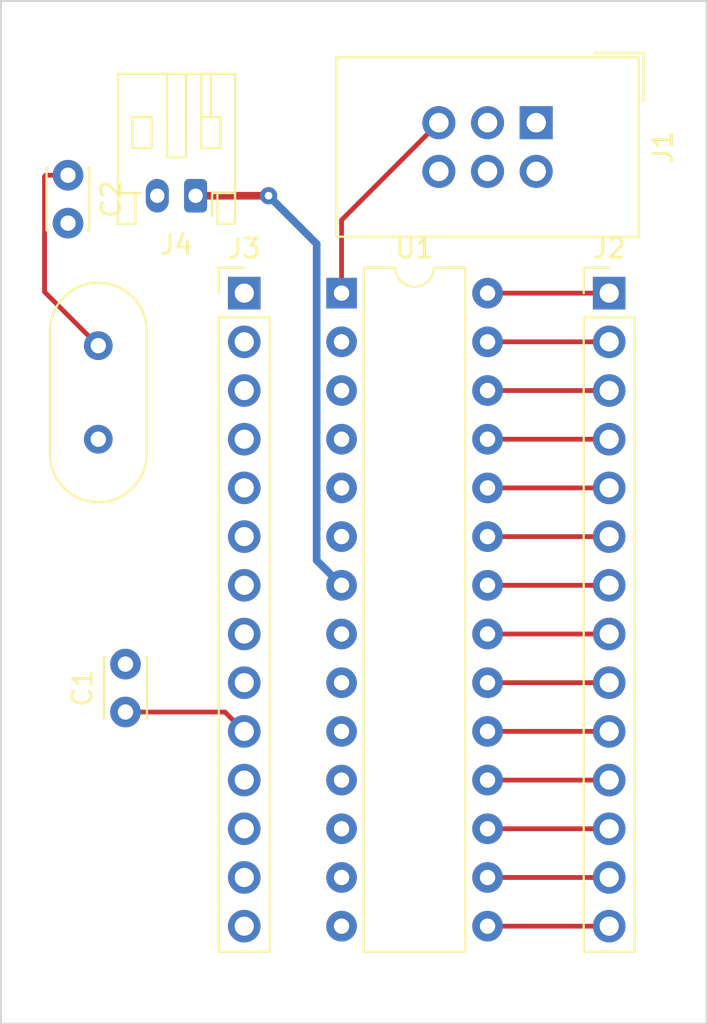
<source format=kicad_pcb>
(kicad_pcb (version 20171130) (host pcbnew "(5.1.0-0)")

  (general
    (thickness 1.6)
    (drawings 4)
    (tracks 30)
    (zones 0)
    (modules 8)
    (nets 29)
  )

  (page A4)
  (layers
    (0 F.Cu signal)
    (31 B.Cu signal)
    (32 B.Adhes user)
    (33 F.Adhes user)
    (34 B.Paste user)
    (35 F.Paste user)
    (36 B.SilkS user)
    (37 F.SilkS user)
    (38 B.Mask user)
    (39 F.Mask user)
    (40 Dwgs.User user)
    (41 Cmts.User user)
    (42 Eco1.User user)
    (43 Eco2.User user)
    (44 Edge.Cuts user)
    (45 Margin user)
    (46 B.CrtYd user)
    (47 F.CrtYd user)
    (48 B.Fab user)
    (49 F.Fab user)
  )

  (setup
    (last_trace_width 0.25)
    (trace_clearance 0.2)
    (zone_clearance 0.508)
    (zone_45_only no)
    (trace_min 0.2)
    (via_size 0.8)
    (via_drill 0.4)
    (via_min_size 0.4)
    (via_min_drill 0.3)
    (uvia_size 0.3)
    (uvia_drill 0.1)
    (uvias_allowed no)
    (uvia_min_size 0.2)
    (uvia_min_drill 0.1)
    (edge_width 0.05)
    (segment_width 0.2)
    (pcb_text_width 0.3)
    (pcb_text_size 1.5 1.5)
    (mod_edge_width 0.12)
    (mod_text_size 1 1)
    (mod_text_width 0.15)
    (pad_size 1.524 1.524)
    (pad_drill 0.762)
    (pad_to_mask_clearance 0.051)
    (solder_mask_min_width 0.25)
    (aux_axis_origin 0 0)
    (visible_elements 7FFFFFFF)
    (pcbplotparams
      (layerselection 0x010fc_ffffffff)
      (usegerberextensions false)
      (usegerberattributes false)
      (usegerberadvancedattributes false)
      (creategerberjobfile false)
      (excludeedgelayer true)
      (linewidth 0.100000)
      (plotframeref false)
      (viasonmask false)
      (mode 1)
      (useauxorigin false)
      (hpglpennumber 1)
      (hpglpenspeed 20)
      (hpglpendiameter 15.000000)
      (psnegative false)
      (psa4output false)
      (plotreference true)
      (plotvalue true)
      (plotinvisibletext false)
      (padsonsilk false)
      (subtractmaskfromsilk false)
      (outputformat 1)
      (mirror false)
      (drillshape 1)
      (scaleselection 1)
      (outputdirectory ""))
  )

  (net 0 "")
  (net 1 GND)
  (net 2 /10)
  (net 3 /9)
  (net 4 /MISO)
  (net 5 +5V)
  (net 6 /RST)
  (net 7 /2)
  (net 8 /3)
  (net 9 /4)
  (net 10 /5)
  (net 11 /6)
  (net 12 +3V3)
  (net 13 /11)
  (net 14 /12)
  (net 15 /13)
  (net 16 /SCK)
  (net 17 /MOSI)
  (net 18 /15)
  (net 19 /16)
  (net 20 /20)
  (net 21 /21)
  (net 22 /23)
  (net 23 /24)
  (net 24 /25)
  (net 25 /26)
  (net 26 /27)
  (net 27 /28)
  (net 28 /14)

  (net_class Default "This is the default net class."
    (clearance 0.2)
    (trace_width 0.25)
    (via_dia 0.8)
    (via_drill 0.4)
    (uvia_dia 0.3)
    (uvia_drill 0.1)
    (add_net /10)
    (add_net /11)
    (add_net /12)
    (add_net /13)
    (add_net /14)
    (add_net /15)
    (add_net /16)
    (add_net /2)
    (add_net /20)
    (add_net /21)
    (add_net /23)
    (add_net /24)
    (add_net /25)
    (add_net /26)
    (add_net /27)
    (add_net /28)
    (add_net /3)
    (add_net /4)
    (add_net /5)
    (add_net /6)
    (add_net /9)
    (add_net /MISO)
    (add_net /MOSI)
    (add_net /RST)
    (add_net /SCK)
  )

  (net_class Power ""
    (clearance 0.3)
    (trace_width 0.4)
    (via_dia 0.9)
    (via_drill 0.4)
    (uvia_dia 0.4)
    (uvia_drill 0.1)
    (add_net +3V3)
    (add_net +5V)
    (add_net GND)
  )

  (module Crystal:Crystal_HC49-4H_Vertical placed (layer F.Cu) (tedit 5A1AD3B7) (tstamp 5CBED88D)
    (at 68.58 64.77 90)
    (descr "Crystal THT HC-49-4H http://5hertz.com/pdfs/04404_D.pdf")
    (tags "THT crystalHC-49-4H")
    (path /5CBE8732)
    (fp_text reference Y1 (at 2.44 -3.525 90) (layer F.SilkS) hide
      (effects (font (size 1 1) (thickness 0.15)))
    )
    (fp_text value "8 MHz" (at 2.44 3.525 90) (layer F.Fab)
      (effects (font (size 1 1) (thickness 0.15)))
    )
    (fp_arc (start 5.64 0) (end 5.64 -2.525) (angle 180) (layer F.SilkS) (width 0.12))
    (fp_arc (start -0.76 0) (end -0.76 -2.525) (angle -180) (layer F.SilkS) (width 0.12))
    (fp_arc (start 5.44 0) (end 5.44 -2) (angle 180) (layer F.Fab) (width 0.1))
    (fp_arc (start -0.56 0) (end -0.56 -2) (angle -180) (layer F.Fab) (width 0.1))
    (fp_arc (start 5.64 0) (end 5.64 -2.325) (angle 180) (layer F.Fab) (width 0.1))
    (fp_arc (start -0.76 0) (end -0.76 -2.325) (angle -180) (layer F.Fab) (width 0.1))
    (fp_line (start 8.5 -2.8) (end -3.6 -2.8) (layer F.CrtYd) (width 0.05))
    (fp_line (start 8.5 2.8) (end 8.5 -2.8) (layer F.CrtYd) (width 0.05))
    (fp_line (start -3.6 2.8) (end 8.5 2.8) (layer F.CrtYd) (width 0.05))
    (fp_line (start -3.6 -2.8) (end -3.6 2.8) (layer F.CrtYd) (width 0.05))
    (fp_line (start -0.76 2.525) (end 5.64 2.525) (layer F.SilkS) (width 0.12))
    (fp_line (start -0.76 -2.525) (end 5.64 -2.525) (layer F.SilkS) (width 0.12))
    (fp_line (start -0.56 2) (end 5.44 2) (layer F.Fab) (width 0.1))
    (fp_line (start -0.56 -2) (end 5.44 -2) (layer F.Fab) (width 0.1))
    (fp_line (start -0.76 2.325) (end 5.64 2.325) (layer F.Fab) (width 0.1))
    (fp_line (start -0.76 -2.325) (end 5.64 -2.325) (layer F.Fab) (width 0.1))
    (fp_text user %R (at 2.44 0 90) (layer F.Fab)
      (effects (font (size 1 1) (thickness 0.15)))
    )
    (pad 2 thru_hole circle (at 4.88 0 90) (size 1.5 1.5) (drill 0.8) (layers *.Cu *.Mask)
      (net 3 /9))
    (pad 1 thru_hole circle (at 0 0 90) (size 1.5 1.5) (drill 0.8) (layers *.Cu *.Mask)
      (net 2 /10))
    (model ${KISYS3DMOD}/Crystal.3dshapes/Crystal_HC49-4H_Vertical.wrl
      (at (xyz 0 0 0))
      (scale (xyz 1 1 1))
      (rotate (xyz 0 0 0))
    )
  )

  (module Capacitor_THT:C_Disc_D3.0mm_W2.0mm_P2.50mm placed (layer F.Cu) (tedit 5AE50EF0) (tstamp 5CBED7BD)
    (at 70 79 90)
    (descr "C, Disc series, Radial, pin pitch=2.50mm, , diameter*width=3*2mm^2, Capacitor")
    (tags "C Disc series Radial pin pitch 2.50mm  diameter 3mm width 2mm Capacitor")
    (path /5CBED876)
    (fp_text reference C1 (at 1.25 -2.25 90) (layer F.SilkS)
      (effects (font (size 1 1) (thickness 0.15)))
    )
    (fp_text value "22 pF" (at 1.25 2.25 90) (layer F.Fab)
      (effects (font (size 1 1) (thickness 0.15)))
    )
    (fp_text user %R (at 5.08 1.27 90) (layer F.Fab)
      (effects (font (size 0.6 0.6) (thickness 0.09)))
    )
    (fp_line (start 3.55 -1.25) (end -1.05 -1.25) (layer F.CrtYd) (width 0.05))
    (fp_line (start 3.55 1.25) (end 3.55 -1.25) (layer F.CrtYd) (width 0.05))
    (fp_line (start -1.05 1.25) (end 3.55 1.25) (layer F.CrtYd) (width 0.05))
    (fp_line (start -1.05 -1.25) (end -1.05 1.25) (layer F.CrtYd) (width 0.05))
    (fp_line (start 2.87 1.055) (end 2.87 1.12) (layer F.SilkS) (width 0.12))
    (fp_line (start 2.87 -1.12) (end 2.87 -1.055) (layer F.SilkS) (width 0.12))
    (fp_line (start -0.37 1.055) (end -0.37 1.12) (layer F.SilkS) (width 0.12))
    (fp_line (start -0.37 -1.12) (end -0.37 -1.055) (layer F.SilkS) (width 0.12))
    (fp_line (start -0.37 1.12) (end 2.87 1.12) (layer F.SilkS) (width 0.12))
    (fp_line (start -0.37 -1.12) (end 2.87 -1.12) (layer F.SilkS) (width 0.12))
    (fp_line (start 2.75 -1) (end -0.25 -1) (layer F.Fab) (width 0.1))
    (fp_line (start 2.75 1) (end 2.75 -1) (layer F.Fab) (width 0.1))
    (fp_line (start -0.25 1) (end 2.75 1) (layer F.Fab) (width 0.1))
    (fp_line (start -0.25 -1) (end -0.25 1) (layer F.Fab) (width 0.1))
    (pad 2 thru_hole circle (at 2.5 0 90) (size 1.6 1.6) (drill 0.8) (layers *.Cu *.Mask)
      (net 1 GND))
    (pad 1 thru_hole circle (at 0 0 90) (size 1.6 1.6) (drill 0.8) (layers *.Cu *.Mask)
      (net 2 /10))
    (model ${KISYS3DMOD}/Capacitor_THT.3dshapes/C_Disc_D3.0mm_W2.0mm_P2.50mm.wrl
      (at (xyz 0 0 0))
      (scale (xyz 1 1 1))
      (rotate (xyz 0 0 0))
    )
  )

  (module Capacitor_THT:C_Disc_D3.0mm_W2.0mm_P2.50mm placed (layer F.Cu) (tedit 5AE50EF0) (tstamp 5CBED7D2)
    (at 67 51 270)
    (descr "C, Disc series, Radial, pin pitch=2.50mm, , diameter*width=3*2mm^2, Capacitor")
    (tags "C Disc series Radial pin pitch 2.50mm  diameter 3mm width 2mm Capacitor")
    (path /5CBECD33)
    (fp_text reference C2 (at 1.25 -2.25 270) (layer F.SilkS)
      (effects (font (size 1 1) (thickness 0.15)))
    )
    (fp_text value "22 pF" (at 1.25 2.25 270) (layer F.Fab)
      (effects (font (size 1 1) (thickness 0.15)))
    )
    (fp_line (start -0.25 -1) (end -0.25 1) (layer F.Fab) (width 0.1))
    (fp_line (start -0.25 1) (end 2.75 1) (layer F.Fab) (width 0.1))
    (fp_line (start 2.75 1) (end 2.75 -1) (layer F.Fab) (width 0.1))
    (fp_line (start 2.75 -1) (end -0.25 -1) (layer F.Fab) (width 0.1))
    (fp_line (start -0.37 -1.12) (end 2.87 -1.12) (layer F.SilkS) (width 0.12))
    (fp_line (start -0.37 1.12) (end 2.87 1.12) (layer F.SilkS) (width 0.12))
    (fp_line (start -0.37 -1.12) (end -0.37 -1.055) (layer F.SilkS) (width 0.12))
    (fp_line (start -0.37 1.055) (end -0.37 1.12) (layer F.SilkS) (width 0.12))
    (fp_line (start 2.87 -1.12) (end 2.87 -1.055) (layer F.SilkS) (width 0.12))
    (fp_line (start 2.87 1.055) (end 2.87 1.12) (layer F.SilkS) (width 0.12))
    (fp_line (start -1.05 -1.25) (end -1.05 1.25) (layer F.CrtYd) (width 0.05))
    (fp_line (start -1.05 1.25) (end 3.55 1.25) (layer F.CrtYd) (width 0.05))
    (fp_line (start 3.55 1.25) (end 3.55 -1.25) (layer F.CrtYd) (width 0.05))
    (fp_line (start 3.55 -1.25) (end -1.05 -1.25) (layer F.CrtYd) (width 0.05))
    (fp_text user %R (at 1.25 0 270) (layer F.Fab)
      (effects (font (size 0.6 0.6) (thickness 0.09)))
    )
    (pad 1 thru_hole circle (at 0 0 270) (size 1.6 1.6) (drill 0.8) (layers *.Cu *.Mask)
      (net 3 /9))
    (pad 2 thru_hole circle (at 2.5 0 270) (size 1.6 1.6) (drill 0.8) (layers *.Cu *.Mask)
      (net 1 GND))
    (model ${KISYS3DMOD}/Capacitor_THT.3dshapes/C_Disc_D3.0mm_W2.0mm_P2.50mm.wrl
      (at (xyz 0 0 0))
      (scale (xyz 1 1 1))
      (rotate (xyz 0 0 0))
    )
  )

  (module Connector_IDC:IDC-Header_2x03_P2.54mm_Vertical (layer F.Cu) (tedit 59DE0819) (tstamp 5CBED7F6)
    (at 91.44 48.26 270)
    (descr "Through hole straight IDC box header, 2x03, 2.54mm pitch, double rows")
    (tags "Through hole IDC box header THT 2x03 2.54mm double row")
    (path /5CBE8516)
    (fp_text reference J1 (at 1.27 -6.604 270) (layer F.SilkS)
      (effects (font (size 1 1) (thickness 0.15)))
    )
    (fp_text value AVR_SPI (at 1.27 11.684 270) (layer F.Fab)
      (effects (font (size 1 1) (thickness 0.15)))
    )
    (fp_text user %R (at 1.27 2.54 270) (layer F.Fab)
      (effects (font (size 1 1) (thickness 0.15)))
    )
    (fp_line (start 5.695 -5.1) (end 5.695 10.18) (layer F.Fab) (width 0.1))
    (fp_line (start 5.145 -4.56) (end 5.145 9.62) (layer F.Fab) (width 0.1))
    (fp_line (start -3.155 -5.1) (end -3.155 10.18) (layer F.Fab) (width 0.1))
    (fp_line (start -2.605 -4.56) (end -2.605 0.29) (layer F.Fab) (width 0.1))
    (fp_line (start -2.605 4.79) (end -2.605 9.62) (layer F.Fab) (width 0.1))
    (fp_line (start -2.605 0.29) (end -3.155 0.29) (layer F.Fab) (width 0.1))
    (fp_line (start -2.605 4.79) (end -3.155 4.79) (layer F.Fab) (width 0.1))
    (fp_line (start 5.695 -5.1) (end -3.155 -5.1) (layer F.Fab) (width 0.1))
    (fp_line (start 5.145 -4.56) (end -2.605 -4.56) (layer F.Fab) (width 0.1))
    (fp_line (start 5.695 10.18) (end -3.155 10.18) (layer F.Fab) (width 0.1))
    (fp_line (start 5.145 9.62) (end -2.605 9.62) (layer F.Fab) (width 0.1))
    (fp_line (start 5.695 -5.1) (end 5.145 -4.56) (layer F.Fab) (width 0.1))
    (fp_line (start 5.695 10.18) (end 5.145 9.62) (layer F.Fab) (width 0.1))
    (fp_line (start -3.155 -5.1) (end -2.605 -4.56) (layer F.Fab) (width 0.1))
    (fp_line (start -3.155 10.18) (end -2.605 9.62) (layer F.Fab) (width 0.1))
    (fp_line (start 5.95 -5.35) (end 5.95 10.43) (layer F.CrtYd) (width 0.05))
    (fp_line (start 5.95 10.43) (end -3.41 10.43) (layer F.CrtYd) (width 0.05))
    (fp_line (start -3.41 10.43) (end -3.41 -5.35) (layer F.CrtYd) (width 0.05))
    (fp_line (start -3.41 -5.35) (end 5.95 -5.35) (layer F.CrtYd) (width 0.05))
    (fp_line (start 5.945 -5.35) (end 5.945 10.43) (layer F.SilkS) (width 0.12))
    (fp_line (start 5.945 10.43) (end -3.405 10.43) (layer F.SilkS) (width 0.12))
    (fp_line (start -3.405 10.43) (end -3.405 -5.35) (layer F.SilkS) (width 0.12))
    (fp_line (start -3.405 -5.35) (end 5.945 -5.35) (layer F.SilkS) (width 0.12))
    (fp_line (start -3.655 -5.6) (end -3.655 -3.06) (layer F.SilkS) (width 0.12))
    (fp_line (start -3.655 -5.6) (end -1.115 -5.6) (layer F.SilkS) (width 0.12))
    (pad 1 thru_hole rect (at 0 0 270) (size 1.7272 1.7272) (drill 1.016) (layers *.Cu *.Mask)
      (net 4 /MISO))
    (pad 2 thru_hole oval (at 2.54 0 270) (size 1.7272 1.7272) (drill 1.016) (layers *.Cu *.Mask)
      (net 5 +5V))
    (pad 3 thru_hole oval (at 0 2.54 270) (size 1.7272 1.7272) (drill 1.016) (layers *.Cu *.Mask)
      (net 16 /SCK))
    (pad 4 thru_hole oval (at 2.54 2.54 270) (size 1.7272 1.7272) (drill 1.016) (layers *.Cu *.Mask)
      (net 17 /MOSI))
    (pad 5 thru_hole oval (at 0 5.08 270) (size 1.7272 1.7272) (drill 1.016) (layers *.Cu *.Mask)
      (net 6 /RST))
    (pad 6 thru_hole oval (at 2.54 5.08 270) (size 1.7272 1.7272) (drill 1.016) (layers *.Cu *.Mask)
      (net 1 GND))
    (model ${KISYS3DMOD}/Connector_IDC.3dshapes/IDC-Header_2x03_P2.54mm_Vertical.wrl
      (at (xyz 0 0 0))
      (scale (xyz 1 1 1))
      (rotate (xyz 0 0 0))
    )
  )

  (module Connector_PinHeader_2.54mm:PinHeader_1x14_P2.54mm_Vertical (layer F.Cu) (tedit 59FED5CC) (tstamp 5CBED818)
    (at 95.25 57.15)
    (descr "Through hole straight pin header, 1x14, 2.54mm pitch, single row")
    (tags "Through hole pin header THT 1x14 2.54mm single row")
    (path /5CC0C46F)
    (fp_text reference J2 (at 0 -2.33) (layer F.SilkS)
      (effects (font (size 1 1) (thickness 0.15)))
    )
    (fp_text value RIGHT_CONNECTOR (at 2.54 24.13 90) (layer F.Fab)
      (effects (font (size 1 1) (thickness 0.15)))
    )
    (fp_text user %R (at 0 16.51 90) (layer F.Fab)
      (effects (font (size 1 1) (thickness 0.15)))
    )
    (fp_line (start 1.8 -1.8) (end -1.8 -1.8) (layer F.CrtYd) (width 0.05))
    (fp_line (start 1.8 34.8) (end 1.8 -1.8) (layer F.CrtYd) (width 0.05))
    (fp_line (start -1.8 34.8) (end 1.8 34.8) (layer F.CrtYd) (width 0.05))
    (fp_line (start -1.8 -1.8) (end -1.8 34.8) (layer F.CrtYd) (width 0.05))
    (fp_line (start -1.33 -1.33) (end 0 -1.33) (layer F.SilkS) (width 0.12))
    (fp_line (start -1.33 0) (end -1.33 -1.33) (layer F.SilkS) (width 0.12))
    (fp_line (start -1.33 1.27) (end 1.33 1.27) (layer F.SilkS) (width 0.12))
    (fp_line (start 1.33 1.27) (end 1.33 34.35) (layer F.SilkS) (width 0.12))
    (fp_line (start -1.33 1.27) (end -1.33 34.35) (layer F.SilkS) (width 0.12))
    (fp_line (start -1.33 34.35) (end 1.33 34.35) (layer F.SilkS) (width 0.12))
    (fp_line (start -1.27 -0.635) (end -0.635 -1.27) (layer F.Fab) (width 0.1))
    (fp_line (start -1.27 34.29) (end -1.27 -0.635) (layer F.Fab) (width 0.1))
    (fp_line (start 1.27 34.29) (end -1.27 34.29) (layer F.Fab) (width 0.1))
    (fp_line (start 1.27 -1.27) (end 1.27 34.29) (layer F.Fab) (width 0.1))
    (fp_line (start -0.635 -1.27) (end 1.27 -1.27) (layer F.Fab) (width 0.1))
    (pad 14 thru_hole oval (at 0 33.02) (size 1.7 1.7) (drill 1) (layers *.Cu *.Mask)
      (net 18 /15))
    (pad 13 thru_hole oval (at 0 30.48) (size 1.7 1.7) (drill 1) (layers *.Cu *.Mask)
      (net 19 /16))
    (pad 12 thru_hole oval (at 0 27.94) (size 1.7 1.7) (drill 1) (layers *.Cu *.Mask)
      (net 17 /MOSI))
    (pad 11 thru_hole oval (at 0 25.4) (size 1.7 1.7) (drill 1) (layers *.Cu *.Mask)
      (net 4 /MISO))
    (pad 10 thru_hole oval (at 0 22.86) (size 1.7 1.7) (drill 1) (layers *.Cu *.Mask)
      (net 16 /SCK))
    (pad 9 thru_hole oval (at 0 20.32) (size 1.7 1.7) (drill 1) (layers *.Cu *.Mask)
      (net 20 /20))
    (pad 8 thru_hole oval (at 0 17.78) (size 1.7 1.7) (drill 1) (layers *.Cu *.Mask)
      (net 21 /21))
    (pad 7 thru_hole oval (at 0 15.24) (size 1.7 1.7) (drill 1) (layers *.Cu *.Mask)
      (net 1 GND))
    (pad 6 thru_hole oval (at 0 12.7) (size 1.7 1.7) (drill 1) (layers *.Cu *.Mask)
      (net 22 /23))
    (pad 5 thru_hole oval (at 0 10.16) (size 1.7 1.7) (drill 1) (layers *.Cu *.Mask)
      (net 23 /24))
    (pad 4 thru_hole oval (at 0 7.62) (size 1.7 1.7) (drill 1) (layers *.Cu *.Mask)
      (net 24 /25))
    (pad 3 thru_hole oval (at 0 5.08) (size 1.7 1.7) (drill 1) (layers *.Cu *.Mask)
      (net 25 /26))
    (pad 2 thru_hole oval (at 0 2.54) (size 1.7 1.7) (drill 1) (layers *.Cu *.Mask)
      (net 26 /27))
    (pad 1 thru_hole rect (at 0 0) (size 1.7 1.7) (drill 1) (layers *.Cu *.Mask)
      (net 27 /28))
    (model ${KISYS3DMOD}/Connector_PinHeader_2.54mm.3dshapes/PinHeader_1x14_P2.54mm_Vertical.wrl
      (at (xyz 0 0 0))
      (scale (xyz 1 1 1))
      (rotate (xyz 0 0 0))
    )
  )

  (module Connector_PinHeader_2.54mm:PinHeader_1x14_P2.54mm_Vertical (layer F.Cu) (tedit 59FED5CC) (tstamp 5CBED83A)
    (at 76.2 57.15)
    (descr "Through hole straight pin header, 1x14, 2.54mm pitch, single row")
    (tags "Through hole pin header THT 1x14 2.54mm single row")
    (path /5CC092D8)
    (fp_text reference J3 (at 0 -2.33) (layer F.SilkS)
      (effects (font (size 1 1) (thickness 0.15)))
    )
    (fp_text value LEFT_CONNECTOR (at -2.54 29.21 90) (layer F.Fab) hide
      (effects (font (size 1 1) (thickness 0.15)))
    )
    (fp_line (start -0.635 -1.27) (end 1.27 -1.27) (layer F.Fab) (width 0.1))
    (fp_line (start 1.27 -1.27) (end 1.27 34.29) (layer F.Fab) (width 0.1))
    (fp_line (start 1.27 34.29) (end -1.27 34.29) (layer F.Fab) (width 0.1))
    (fp_line (start -1.27 34.29) (end -1.27 -0.635) (layer F.Fab) (width 0.1))
    (fp_line (start -1.27 -0.635) (end -0.635 -1.27) (layer F.Fab) (width 0.1))
    (fp_line (start -1.33 34.35) (end 1.33 34.35) (layer F.SilkS) (width 0.12))
    (fp_line (start -1.33 1.27) (end -1.33 34.35) (layer F.SilkS) (width 0.12))
    (fp_line (start 1.33 1.27) (end 1.33 34.35) (layer F.SilkS) (width 0.12))
    (fp_line (start -1.33 1.27) (end 1.33 1.27) (layer F.SilkS) (width 0.12))
    (fp_line (start -1.33 0) (end -1.33 -1.33) (layer F.SilkS) (width 0.12))
    (fp_line (start -1.33 -1.33) (end 0 -1.33) (layer F.SilkS) (width 0.12))
    (fp_line (start -1.8 -1.8) (end -1.8 34.8) (layer F.CrtYd) (width 0.05))
    (fp_line (start -1.8 34.8) (end 1.8 34.8) (layer F.CrtYd) (width 0.05))
    (fp_line (start 1.8 34.8) (end 1.8 -1.8) (layer F.CrtYd) (width 0.05))
    (fp_line (start 1.8 -1.8) (end -1.8 -1.8) (layer F.CrtYd) (width 0.05))
    (fp_text user %R (at 0 16.51 90) (layer F.Fab)
      (effects (font (size 1 1) (thickness 0.15)))
    )
    (pad 1 thru_hole rect (at 0 0) (size 1.7 1.7) (drill 1) (layers *.Cu *.Mask)
      (net 6 /RST))
    (pad 2 thru_hole oval (at 0 2.54) (size 1.7 1.7) (drill 1) (layers *.Cu *.Mask)
      (net 7 /2))
    (pad 3 thru_hole oval (at 0 5.08) (size 1.7 1.7) (drill 1) (layers *.Cu *.Mask)
      (net 8 /3))
    (pad 4 thru_hole oval (at 0 7.62) (size 1.7 1.7) (drill 1) (layers *.Cu *.Mask)
      (net 9 /4))
    (pad 5 thru_hole oval (at 0 10.16) (size 1.7 1.7) (drill 1) (layers *.Cu *.Mask)
      (net 10 /5))
    (pad 6 thru_hole oval (at 0 12.7) (size 1.7 1.7) (drill 1) (layers *.Cu *.Mask)
      (net 11 /6))
    (pad 7 thru_hole oval (at 0 15.24) (size 1.7 1.7) (drill 1) (layers *.Cu *.Mask)
      (net 12 +3V3))
    (pad 8 thru_hole oval (at 0 17.78) (size 1.7 1.7) (drill 1) (layers *.Cu *.Mask)
      (net 1 GND))
    (pad 9 thru_hole oval (at 0 20.32) (size 1.7 1.7) (drill 1) (layers *.Cu *.Mask)
      (net 3 /9))
    (pad 10 thru_hole oval (at 0 22.86) (size 1.7 1.7) (drill 1) (layers *.Cu *.Mask)
      (net 2 /10))
    (pad 11 thru_hole oval (at 0 25.4) (size 1.7 1.7) (drill 1) (layers *.Cu *.Mask)
      (net 13 /11))
    (pad 12 thru_hole oval (at 0 27.94) (size 1.7 1.7) (drill 1) (layers *.Cu *.Mask)
      (net 14 /12))
    (pad 13 thru_hole oval (at 0 30.48) (size 1.7 1.7) (drill 1) (layers *.Cu *.Mask)
      (net 15 /13))
    (pad 14 thru_hole oval (at 0 33.02) (size 1.7 1.7) (drill 1) (layers *.Cu *.Mask)
      (net 28 /14))
    (model ${KISYS3DMOD}/Connector_PinHeader_2.54mm.3dshapes/PinHeader_1x14_P2.54mm_Vertical.wrl
      (at (xyz 0 0 0))
      (scale (xyz 1 1 1))
      (rotate (xyz 0 0 0))
    )
  )

  (module Package_DIP:DIP-28_W7.62mm (layer F.Cu) (tedit 5A02E8C5) (tstamp 5CBED86A)
    (at 81.28 57.15)
    (descr "28-lead though-hole mounted DIP package, row spacing 7.62 mm (300 mils)")
    (tags "THT DIP DIL PDIP 2.54mm 7.62mm 300mil")
    (path /5CBEBF63)
    (fp_text reference U1 (at 3.81 -2.33) (layer F.SilkS)
      (effects (font (size 1 1) (thickness 0.15)))
    )
    (fp_text value ATmega328-PU (at 3.81 35.35) (layer F.Fab)
      (effects (font (size 1 1) (thickness 0.15)))
    )
    (fp_arc (start 3.81 -1.33) (end 2.81 -1.33) (angle -180) (layer F.SilkS) (width 0.12))
    (fp_line (start 1.635 -1.27) (end 6.985 -1.27) (layer F.Fab) (width 0.1))
    (fp_line (start 6.985 -1.27) (end 6.985 34.29) (layer F.Fab) (width 0.1))
    (fp_line (start 6.985 34.29) (end 0.635 34.29) (layer F.Fab) (width 0.1))
    (fp_line (start 0.635 34.29) (end 0.635 -0.27) (layer F.Fab) (width 0.1))
    (fp_line (start 0.635 -0.27) (end 1.635 -1.27) (layer F.Fab) (width 0.1))
    (fp_line (start 2.81 -1.33) (end 1.16 -1.33) (layer F.SilkS) (width 0.12))
    (fp_line (start 1.16 -1.33) (end 1.16 34.35) (layer F.SilkS) (width 0.12))
    (fp_line (start 1.16 34.35) (end 6.46 34.35) (layer F.SilkS) (width 0.12))
    (fp_line (start 6.46 34.35) (end 6.46 -1.33) (layer F.SilkS) (width 0.12))
    (fp_line (start 6.46 -1.33) (end 4.81 -1.33) (layer F.SilkS) (width 0.12))
    (fp_line (start -1.1 -1.55) (end -1.1 34.55) (layer F.CrtYd) (width 0.05))
    (fp_line (start -1.1 34.55) (end 8.7 34.55) (layer F.CrtYd) (width 0.05))
    (fp_line (start 8.7 34.55) (end 8.7 -1.55) (layer F.CrtYd) (width 0.05))
    (fp_line (start 8.7 -1.55) (end -1.1 -1.55) (layer F.CrtYd) (width 0.05))
    (fp_text user %R (at 3.81 16.51) (layer F.Fab)
      (effects (font (size 1 1) (thickness 0.15)))
    )
    (pad 1 thru_hole rect (at 0 0) (size 1.6 1.6) (drill 0.8) (layers *.Cu *.Mask)
      (net 6 /RST))
    (pad 15 thru_hole oval (at 7.62 33.02) (size 1.6 1.6) (drill 0.8) (layers *.Cu *.Mask)
      (net 18 /15))
    (pad 2 thru_hole oval (at 0 2.54) (size 1.6 1.6) (drill 0.8) (layers *.Cu *.Mask)
      (net 7 /2))
    (pad 16 thru_hole oval (at 7.62 30.48) (size 1.6 1.6) (drill 0.8) (layers *.Cu *.Mask)
      (net 19 /16))
    (pad 3 thru_hole oval (at 0 5.08) (size 1.6 1.6) (drill 0.8) (layers *.Cu *.Mask)
      (net 8 /3))
    (pad 17 thru_hole oval (at 7.62 27.94) (size 1.6 1.6) (drill 0.8) (layers *.Cu *.Mask)
      (net 17 /MOSI))
    (pad 4 thru_hole oval (at 0 7.62) (size 1.6 1.6) (drill 0.8) (layers *.Cu *.Mask)
      (net 9 /4))
    (pad 18 thru_hole oval (at 7.62 25.4) (size 1.6 1.6) (drill 0.8) (layers *.Cu *.Mask)
      (net 4 /MISO))
    (pad 5 thru_hole oval (at 0 10.16) (size 1.6 1.6) (drill 0.8) (layers *.Cu *.Mask)
      (net 10 /5))
    (pad 19 thru_hole oval (at 7.62 22.86) (size 1.6 1.6) (drill 0.8) (layers *.Cu *.Mask)
      (net 16 /SCK))
    (pad 6 thru_hole oval (at 0 12.7) (size 1.6 1.6) (drill 0.8) (layers *.Cu *.Mask)
      (net 11 /6))
    (pad 20 thru_hole oval (at 7.62 20.32) (size 1.6 1.6) (drill 0.8) (layers *.Cu *.Mask)
      (net 20 /20))
    (pad 7 thru_hole oval (at 0 15.24) (size 1.6 1.6) (drill 0.8) (layers *.Cu *.Mask)
      (net 12 +3V3))
    (pad 21 thru_hole oval (at 7.62 17.78) (size 1.6 1.6) (drill 0.8) (layers *.Cu *.Mask)
      (net 21 /21))
    (pad 8 thru_hole oval (at 0 17.78) (size 1.6 1.6) (drill 0.8) (layers *.Cu *.Mask)
      (net 1 GND))
    (pad 22 thru_hole oval (at 7.62 15.24) (size 1.6 1.6) (drill 0.8) (layers *.Cu *.Mask)
      (net 1 GND))
    (pad 9 thru_hole oval (at 0 20.32) (size 1.6 1.6) (drill 0.8) (layers *.Cu *.Mask)
      (net 3 /9))
    (pad 23 thru_hole oval (at 7.62 12.7) (size 1.6 1.6) (drill 0.8) (layers *.Cu *.Mask)
      (net 22 /23))
    (pad 10 thru_hole oval (at 0 22.86) (size 1.6 1.6) (drill 0.8) (layers *.Cu *.Mask)
      (net 2 /10))
    (pad 24 thru_hole oval (at 7.62 10.16) (size 1.6 1.6) (drill 0.8) (layers *.Cu *.Mask)
      (net 23 /24))
    (pad 11 thru_hole oval (at 0 25.4) (size 1.6 1.6) (drill 0.8) (layers *.Cu *.Mask)
      (net 13 /11))
    (pad 25 thru_hole oval (at 7.62 7.62) (size 1.6 1.6) (drill 0.8) (layers *.Cu *.Mask)
      (net 24 /25))
    (pad 12 thru_hole oval (at 0 27.94) (size 1.6 1.6) (drill 0.8) (layers *.Cu *.Mask)
      (net 14 /12))
    (pad 26 thru_hole oval (at 7.62 5.08) (size 1.6 1.6) (drill 0.8) (layers *.Cu *.Mask)
      (net 25 /26))
    (pad 13 thru_hole oval (at 0 30.48) (size 1.6 1.6) (drill 0.8) (layers *.Cu *.Mask)
      (net 15 /13))
    (pad 27 thru_hole oval (at 7.62 2.54) (size 1.6 1.6) (drill 0.8) (layers *.Cu *.Mask)
      (net 26 /27))
    (pad 14 thru_hole oval (at 0 33.02) (size 1.6 1.6) (drill 0.8) (layers *.Cu *.Mask)
      (net 28 /14))
    (pad 28 thru_hole oval (at 7.62 0) (size 1.6 1.6) (drill 0.8) (layers *.Cu *.Mask)
      (net 27 /28))
    (model ${KISYS3DMOD}/Package_DIP.3dshapes/DIP-28_W7.62mm.wrl
      (at (xyz 0 0 0))
      (scale (xyz 1 1 1))
      (rotate (xyz 0 0 0))
    )
  )

  (module Connector_JST:JST_PH_S2B-PH-K_1x02_P2.00mm_Horizontal (layer F.Cu) (tedit 5B7745C6) (tstamp 5CC127A4)
    (at 73.66 52.07 180)
    (descr "JST PH series connector, S2B-PH-K (http://www.jst-mfg.com/product/pdf/eng/ePH.pdf), generated with kicad-footprint-generator")
    (tags "connector JST PH top entry")
    (path /5CBF987B)
    (fp_text reference J4 (at 1 -2.55 180) (layer F.SilkS)
      (effects (font (size 1 1) (thickness 0.15)))
    )
    (fp_text value POWER (at 1 7.45 180) (layer F.Fab)
      (effects (font (size 1 1) (thickness 0.15)))
    )
    (fp_line (start -0.86 0.14) (end -1.14 0.14) (layer F.SilkS) (width 0.12))
    (fp_line (start -1.14 0.14) (end -1.14 -1.46) (layer F.SilkS) (width 0.12))
    (fp_line (start -1.14 -1.46) (end -2.06 -1.46) (layer F.SilkS) (width 0.12))
    (fp_line (start -2.06 -1.46) (end -2.06 6.36) (layer F.SilkS) (width 0.12))
    (fp_line (start -2.06 6.36) (end 4.06 6.36) (layer F.SilkS) (width 0.12))
    (fp_line (start 4.06 6.36) (end 4.06 -1.46) (layer F.SilkS) (width 0.12))
    (fp_line (start 4.06 -1.46) (end 3.14 -1.46) (layer F.SilkS) (width 0.12))
    (fp_line (start 3.14 -1.46) (end 3.14 0.14) (layer F.SilkS) (width 0.12))
    (fp_line (start 3.14 0.14) (end 2.86 0.14) (layer F.SilkS) (width 0.12))
    (fp_line (start 0.5 6.36) (end 0.5 2) (layer F.SilkS) (width 0.12))
    (fp_line (start 0.5 2) (end 1.5 2) (layer F.SilkS) (width 0.12))
    (fp_line (start 1.5 2) (end 1.5 6.36) (layer F.SilkS) (width 0.12))
    (fp_line (start -2.06 0.14) (end -1.14 0.14) (layer F.SilkS) (width 0.12))
    (fp_line (start 4.06 0.14) (end 3.14 0.14) (layer F.SilkS) (width 0.12))
    (fp_line (start -1.3 2.5) (end -1.3 4.1) (layer F.SilkS) (width 0.12))
    (fp_line (start -1.3 4.1) (end -0.3 4.1) (layer F.SilkS) (width 0.12))
    (fp_line (start -0.3 4.1) (end -0.3 2.5) (layer F.SilkS) (width 0.12))
    (fp_line (start -0.3 2.5) (end -1.3 2.5) (layer F.SilkS) (width 0.12))
    (fp_line (start 3.3 2.5) (end 3.3 4.1) (layer F.SilkS) (width 0.12))
    (fp_line (start 3.3 4.1) (end 2.3 4.1) (layer F.SilkS) (width 0.12))
    (fp_line (start 2.3 4.1) (end 2.3 2.5) (layer F.SilkS) (width 0.12))
    (fp_line (start 2.3 2.5) (end 3.3 2.5) (layer F.SilkS) (width 0.12))
    (fp_line (start -0.3 4.1) (end -0.3 6.36) (layer F.SilkS) (width 0.12))
    (fp_line (start -0.8 4.1) (end -0.8 6.36) (layer F.SilkS) (width 0.12))
    (fp_line (start -2.45 -1.85) (end -2.45 6.75) (layer F.CrtYd) (width 0.05))
    (fp_line (start -2.45 6.75) (end 4.45 6.75) (layer F.CrtYd) (width 0.05))
    (fp_line (start 4.45 6.75) (end 4.45 -1.85) (layer F.CrtYd) (width 0.05))
    (fp_line (start 4.45 -1.85) (end -2.45 -1.85) (layer F.CrtYd) (width 0.05))
    (fp_line (start -1.25 0.25) (end -1.25 -1.35) (layer F.Fab) (width 0.1))
    (fp_line (start -1.25 -1.35) (end -1.95 -1.35) (layer F.Fab) (width 0.1))
    (fp_line (start -1.95 -1.35) (end -1.95 6.25) (layer F.Fab) (width 0.1))
    (fp_line (start -1.95 6.25) (end 3.95 6.25) (layer F.Fab) (width 0.1))
    (fp_line (start 3.95 6.25) (end 3.95 -1.35) (layer F.Fab) (width 0.1))
    (fp_line (start 3.95 -1.35) (end 3.25 -1.35) (layer F.Fab) (width 0.1))
    (fp_line (start 3.25 -1.35) (end 3.25 0.25) (layer F.Fab) (width 0.1))
    (fp_line (start 3.25 0.25) (end -1.25 0.25) (layer F.Fab) (width 0.1))
    (fp_line (start -0.86 0.14) (end -0.86 -1.075) (layer F.SilkS) (width 0.12))
    (fp_line (start 0 0.875) (end -0.5 1.375) (layer F.Fab) (width 0.1))
    (fp_line (start -0.5 1.375) (end 0.5 1.375) (layer F.Fab) (width 0.1))
    (fp_line (start 0.5 1.375) (end 0 0.875) (layer F.Fab) (width 0.1))
    (fp_text user %R (at 1 2.5 180) (layer F.Fab)
      (effects (font (size 1 1) (thickness 0.15)))
    )
    (pad 1 thru_hole roundrect (at 0 0 180) (size 1.2 1.75) (drill 0.75) (layers *.Cu *.Mask) (roundrect_rratio 0.208333)
      (net 12 +3V3))
    (pad 2 thru_hole oval (at 2 0 180) (size 1.2 1.75) (drill 0.75) (layers *.Cu *.Mask)
      (net 1 GND))
    (model ${KISYS3DMOD}/Connector_JST.3dshapes/JST_PH_S2B-PH-K_1x02_P2.00mm_Horizontal.wrl
      (at (xyz 0 0 0))
      (scale (xyz 1 1 1))
      (rotate (xyz 0 0 0))
    )
  )

  (gr_line (start 100.33 41.91) (end 63.5 41.91) (layer Edge.Cuts) (width 0.1))
  (gr_line (start 100.33 95.25) (end 100.33 41.91) (layer Edge.Cuts) (width 0.1))
  (gr_line (start 63.5 95.25) (end 100.33 95.25) (layer Edge.Cuts) (width 0.1))
  (gr_line (start 63.5 41.91) (end 63.5 95.25) (layer Edge.Cuts) (width 0.1))

  (segment (start 88.9 72.39) (end 95.25 72.39) (width 0.25) (layer F.Cu) (net 1))
  (segment (start 71.66 52.07) (end 71.66 52.345) (width 0.4) (layer F.Cu) (net 1))
  (segment (start 75.19 79) (end 76.2 80.01) (width 0.25) (layer F.Cu) (net 2))
  (segment (start 70 79) (end 75.19 79) (width 0.25) (layer F.Cu) (net 2))
  (segment (start 67 51) (end 65.84 51) (width 0.25) (layer F.Cu) (net 3))
  (segment (start 65.774999 57.084999) (end 67.830001 59.140001) (width 0.25) (layer F.Cu) (net 3))
  (segment (start 65.774999 51.065001) (end 65.774999 57.084999) (width 0.25) (layer F.Cu) (net 3))
  (segment (start 67.830001 59.140001) (end 68.58 59.89) (width 0.25) (layer F.Cu) (net 3))
  (segment (start 65.84 51) (end 65.774999 51.065001) (width 0.25) (layer F.Cu) (net 3))
  (segment (start 88.9 82.55) (end 95.25 82.55) (width 0.25) (layer F.Cu) (net 4))
  (segment (start 81.28 53.34) (end 81.28 57.15) (width 0.25) (layer F.Cu) (net 6))
  (segment (start 86.36 48.26) (end 81.28 53.34) (width 0.25) (layer F.Cu) (net 6))
  (via (at 77.47 52.07) (size 0.9) (drill 0.4) (layers F.Cu B.Cu) (net 12))
  (segment (start 73.66 52.07) (end 77.47 52.07) (width 0.4) (layer F.Cu) (net 12))
  (segment (start 80.480001 71.590001) (end 81.28 72.39) (width 0.4) (layer B.Cu) (net 12))
  (segment (start 79.979999 71.089999) (end 80.480001 71.590001) (width 0.4) (layer B.Cu) (net 12))
  (segment (start 79.979999 54.579999) (end 79.979999 71.089999) (width 0.4) (layer B.Cu) (net 12))
  (segment (start 77.47 52.07) (end 79.979999 54.579999) (width 0.4) (layer B.Cu) (net 12))
  (segment (start 88.9 80.01) (end 95.25 80.01) (width 0.25) (layer F.Cu) (net 16))
  (segment (start 88.9 85.09) (end 95.25 85.09) (width 0.25) (layer F.Cu) (net 17))
  (segment (start 88.9 90.17) (end 95.25 90.17) (width 0.25) (layer F.Cu) (net 18))
  (segment (start 88.9 87.63) (end 95.25 87.63) (width 0.25) (layer F.Cu) (net 19))
  (segment (start 88.9 77.47) (end 95.25 77.47) (width 0.25) (layer F.Cu) (net 20))
  (segment (start 88.9 74.93) (end 95.25 74.93) (width 0.25) (layer F.Cu) (net 21))
  (segment (start 88.9 69.85) (end 95.25 69.85) (width 0.25) (layer F.Cu) (net 22))
  (segment (start 88.9 67.31) (end 95.25 67.31) (width 0.25) (layer F.Cu) (net 23))
  (segment (start 88.9 64.77) (end 95.25 64.77) (width 0.25) (layer F.Cu) (net 24))
  (segment (start 88.9 62.23) (end 95.25 62.23) (width 0.25) (layer F.Cu) (net 25))
  (segment (start 88.9 59.69) (end 95.25 59.69) (width 0.25) (layer F.Cu) (net 26))
  (segment (start 88.9 57.15) (end 95.25 57.15) (width 0.25) (layer F.Cu) (net 27))

)

</source>
